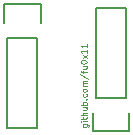
<source format=gbr>
G04 #@! TF.FileFunction,Legend,Bot*
%FSLAX46Y46*%
G04 Gerber Fmt 4.6, Leading zero omitted, Abs format (unit mm)*
G04 Created by KiCad (PCBNEW 4.0.2-stable) date 12/27/2016 12:03:46 PM*
%MOMM*%
G01*
G04 APERTURE LIST*
%ADD10C,0.100000*%
%ADD11C,0.125000*%
%ADD12C,0.150000*%
G04 APERTURE END LIST*
D10*
D11*
X138449857Y-115795809D02*
X138854619Y-115795809D01*
X138902238Y-115819618D01*
X138926048Y-115843428D01*
X138949857Y-115891047D01*
X138949857Y-115962475D01*
X138926048Y-116010094D01*
X138759381Y-115795809D02*
X138783190Y-115843428D01*
X138783190Y-115938666D01*
X138759381Y-115986285D01*
X138735571Y-116010094D01*
X138687952Y-116033904D01*
X138545095Y-116033904D01*
X138497476Y-116010094D01*
X138473667Y-115986285D01*
X138449857Y-115938666D01*
X138449857Y-115843428D01*
X138473667Y-115795809D01*
X138783190Y-115557713D02*
X138449857Y-115557713D01*
X138283190Y-115557713D02*
X138307000Y-115581523D01*
X138330810Y-115557713D01*
X138307000Y-115533904D01*
X138283190Y-115557713D01*
X138330810Y-115557713D01*
X138449857Y-115391047D02*
X138449857Y-115200571D01*
X138283190Y-115319618D02*
X138711762Y-115319618D01*
X138759381Y-115295809D01*
X138783190Y-115248190D01*
X138783190Y-115200571D01*
X138783190Y-115033904D02*
X138283190Y-115033904D01*
X138783190Y-114819619D02*
X138521286Y-114819619D01*
X138473667Y-114843428D01*
X138449857Y-114891047D01*
X138449857Y-114962476D01*
X138473667Y-115010095D01*
X138497476Y-115033904D01*
X138449857Y-114367238D02*
X138783190Y-114367238D01*
X138449857Y-114581523D02*
X138711762Y-114581523D01*
X138759381Y-114557714D01*
X138783190Y-114510095D01*
X138783190Y-114438666D01*
X138759381Y-114391047D01*
X138735571Y-114367238D01*
X138783190Y-114129142D02*
X138283190Y-114129142D01*
X138473667Y-114129142D02*
X138449857Y-114081523D01*
X138449857Y-113986285D01*
X138473667Y-113938666D01*
X138497476Y-113914857D01*
X138545095Y-113891047D01*
X138687952Y-113891047D01*
X138735571Y-113914857D01*
X138759381Y-113938666D01*
X138783190Y-113986285D01*
X138783190Y-114081523D01*
X138759381Y-114129142D01*
X138735571Y-113676761D02*
X138759381Y-113652952D01*
X138783190Y-113676761D01*
X138759381Y-113700571D01*
X138735571Y-113676761D01*
X138783190Y-113676761D01*
X138759381Y-113224381D02*
X138783190Y-113272000D01*
X138783190Y-113367238D01*
X138759381Y-113414857D01*
X138735571Y-113438666D01*
X138687952Y-113462476D01*
X138545095Y-113462476D01*
X138497476Y-113438666D01*
X138473667Y-113414857D01*
X138449857Y-113367238D01*
X138449857Y-113272000D01*
X138473667Y-113224381D01*
X138783190Y-112938667D02*
X138759381Y-112986286D01*
X138735571Y-113010095D01*
X138687952Y-113033905D01*
X138545095Y-113033905D01*
X138497476Y-113010095D01*
X138473667Y-112986286D01*
X138449857Y-112938667D01*
X138449857Y-112867238D01*
X138473667Y-112819619D01*
X138497476Y-112795810D01*
X138545095Y-112772000D01*
X138687952Y-112772000D01*
X138735571Y-112795810D01*
X138759381Y-112819619D01*
X138783190Y-112867238D01*
X138783190Y-112938667D01*
X138783190Y-112557714D02*
X138449857Y-112557714D01*
X138497476Y-112557714D02*
X138473667Y-112533905D01*
X138449857Y-112486286D01*
X138449857Y-112414857D01*
X138473667Y-112367238D01*
X138521286Y-112343429D01*
X138783190Y-112343429D01*
X138521286Y-112343429D02*
X138473667Y-112319619D01*
X138449857Y-112272000D01*
X138449857Y-112200572D01*
X138473667Y-112152952D01*
X138521286Y-112129143D01*
X138783190Y-112129143D01*
X138259381Y-111533905D02*
X138902238Y-111962476D01*
X138449857Y-111438666D02*
X138449857Y-111248190D01*
X138783190Y-111367237D02*
X138354619Y-111367237D01*
X138307000Y-111343428D01*
X138283190Y-111295809D01*
X138283190Y-111248190D01*
X138449857Y-110867238D02*
X138783190Y-110867238D01*
X138449857Y-111081523D02*
X138711762Y-111081523D01*
X138759381Y-111057714D01*
X138783190Y-111010095D01*
X138783190Y-110938666D01*
X138759381Y-110891047D01*
X138735571Y-110867238D01*
X138283190Y-110533904D02*
X138283190Y-110486285D01*
X138307000Y-110438666D01*
X138330810Y-110414857D01*
X138378429Y-110391047D01*
X138473667Y-110367238D01*
X138592714Y-110367238D01*
X138687952Y-110391047D01*
X138735571Y-110414857D01*
X138759381Y-110438666D01*
X138783190Y-110486285D01*
X138783190Y-110533904D01*
X138759381Y-110581523D01*
X138735571Y-110605333D01*
X138687952Y-110629142D01*
X138592714Y-110652952D01*
X138473667Y-110652952D01*
X138378429Y-110629142D01*
X138330810Y-110605333D01*
X138307000Y-110581523D01*
X138283190Y-110533904D01*
X138783190Y-110200571D02*
X138449857Y-109938667D01*
X138449857Y-110200571D02*
X138783190Y-109938667D01*
X138783190Y-109486286D02*
X138783190Y-109772000D01*
X138783190Y-109629143D02*
X138283190Y-109629143D01*
X138354619Y-109676762D01*
X138402238Y-109724381D01*
X138426048Y-109772000D01*
X138783190Y-109010096D02*
X138783190Y-109295810D01*
X138783190Y-109152953D02*
X138283190Y-109152953D01*
X138354619Y-109200572D01*
X138402238Y-109248191D01*
X138426048Y-109295810D01*
D12*
X134620000Y-108458000D02*
X134620000Y-116078000D01*
X132080000Y-108458000D02*
X132080000Y-116078000D01*
X131800000Y-105638000D02*
X131800000Y-107188000D01*
X134620000Y-116078000D02*
X132080000Y-116078000D01*
X132080000Y-108458000D02*
X134620000Y-108458000D01*
X134900000Y-107188000D02*
X134900000Y-105638000D01*
X134900000Y-105638000D02*
X131800000Y-105638000D01*
X139573000Y-113538000D02*
X139573000Y-105918000D01*
X142113000Y-113538000D02*
X142113000Y-105918000D01*
X142393000Y-116358000D02*
X142393000Y-114808000D01*
X139573000Y-105918000D02*
X142113000Y-105918000D01*
X142113000Y-113538000D02*
X139573000Y-113538000D01*
X139293000Y-114808000D02*
X139293000Y-116358000D01*
X139293000Y-116358000D02*
X142393000Y-116358000D01*
M02*

</source>
